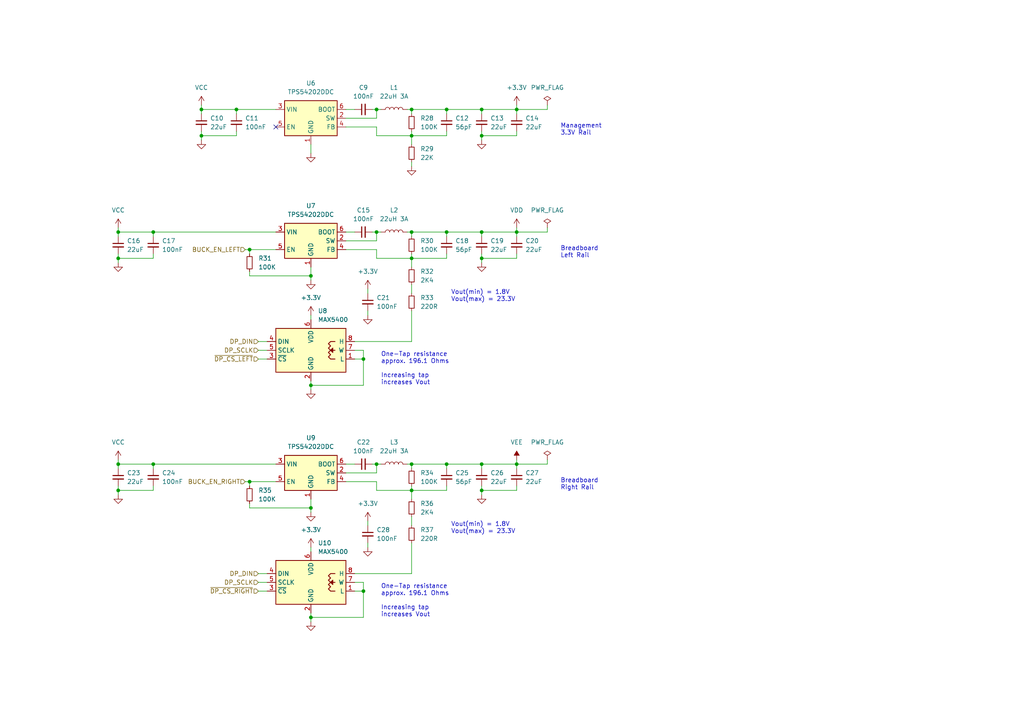
<source format=kicad_sch>
(kicad_sch (version 20211123) (generator eeschema)
  (paper "A4")
  (lib_symbols
    (symbol "Device:C_Small" (pin_numbers hide) (pin_names (offset 0.254) hide)
      (property "Reference" "C" (at 0.254 1.778 0))
      (property "Value" "C_Small" (at 0.254 -2.032 0))
      (symbol "C_Small_0_1"
        (polyline (pts (xy -1.524 -0.508) (xy 1.524 -0.508)) (stroke (width 0.3302)))
        (polyline (pts (xy -1.524 0.508) (xy 1.524 0.508)) (stroke (width 0.3048)))
      )
      (symbol "C_Small_1_1"
        (pin passive line (at 0 2.54 270) (length 2.032) (name "~") (number "1"))
        (pin passive line (at 0 -2.54 90) (length 2.032) (name "~") (number "2"))
      )
    )
    (symbol "Device:L" (pin_numbers hide) (pin_names (offset 1.016) hide)
      (property "Reference" "L" (at -1.27 0 90))
      (property "Value" "L" (at 1.905 0 90))
      (symbol "L_0_1"
        (arc (start 0 -2.54) (mid 0.635 -1.905) (end 0 -1.27))
        (arc (start 0 -1.27) (mid 0.635 -0.635) (end 0 0))
        (arc (start 0 0) (mid 0.635 0.635) (end 0 1.27))
        (arc (start 0 1.27) (mid 0.635 1.905) (end 0 2.54))
      )
      (symbol "L_1_1"
        (pin passive line (at 0 3.81 270) (length 1.27) (name "1") (number "1"))
        (pin passive line (at 0 -3.81 90) (length 1.27) (name "2") (number "2"))
      )
    )
    (symbol "Device:R_Small" (pin_numbers hide) (pin_names (offset 0.254) hide)
      (property "Reference" "R" (at 0.762 0.508 0))
      (property "Value" "R_Small" (at 0.762 -1.016 0))
      (symbol "R_Small_0_1"
        (rectangle (start -0.762 1.778) (end 0.762 -1.778) (stroke (width 0.2032)))
      )
      (symbol "R_Small_1_1"
        (pin passive line (at 0 2.54 270) (length 0.762) (name "~") (number "1"))
        (pin passive line (at 0 -2.54 90) (length 0.762) (name "~") (number "2"))
      )
    )
    (symbol "Regulator_Switching:TPS54202DDC"
      (property "Reference" "U" (at -7.62 6.35 0))
      (property "Value" "TPS54202DDC" (at 0 6.35 0))
      (symbol "TPS54202DDC_0_1"
        (rectangle (start -7.62 5.08) (end 7.62 -5.08) (stroke (width 0.254)) (fill (type background)))
      )
      (symbol "TPS54202DDC_1_1"
        (pin power_in line (at 0 -7.62 90) (length 2.54) (name "GND") (number "1"))
        (pin power_out line (at 10.16 0 180) (length 2.54) (name "SW") (number "2"))
        (pin power_in line (at -10.16 2.54 0) (length 2.54) (name "VIN") (number "3"))
        (pin input line (at 10.16 -2.54 180) (length 2.54) (name "FB") (number "4"))
        (pin input line (at -10.16 -2.54 0) (length 2.54) (name "EN") (number "5"))
        (pin passive line (at 10.16 2.54 180) (length 2.54) (name "BOOT") (number "6"))
      )
    )
    (symbol "breadboard_supply:MAX5400"
      (property "Reference" "U" (at -8.89 7.62 0))
      (property "Value" "MAX5400" (at 7.62 -8.89 0))
      (symbol "MAX5400_0_1"
        (rectangle (start -10.16 6.35) (end 10.16 -6.35) (stroke (width 0.254)) (fill (type background)))
        (polyline (pts (xy 6.985 0) (xy 6.35 0) (xy 5.715 0) (xy 6.35 0.635) (xy 6.35 -0.635) (xy 5.715 0)) (stroke (width 0.254)) (fill (type outline)))
        (polyline (pts (xy 6.985 2.54) (xy 5.715 2.54) (xy 5.08 1.905) (xy 5.715 1.27) (xy 5.08 0.635) (xy 5.715 0) (xy 5.08 -0.635) (xy 5.715 -1.27) (xy 5.08 -1.905) (xy 5.715 -2.54) (xy 6.985 -2.54)) (stroke (width 0.254)))
      )
      (symbol "MAX5400_1_1"
        (pin passive line (at 12.7 -2.54 180) (length 2.54) (name "L") (number "1"))
        (pin power_in line (at 0 -8.89 90) (length 2.54) (name "GND") (number "2"))
        (pin input line (at -12.7 -2.54 0) (length 2.54) (name "~{CS}") (number "3"))
        (pin input line (at -12.7 2.54 0) (length 2.54) (name "DIN") (number "4"))
        (pin input line (at -12.7 0 0) (length 2.54) (name "SCLK") (number "5"))
        (pin power_in line (at 0 8.89 270) (length 2.54) (name "VDD") (number "6"))
        (pin passive line (at 12.7 0 180) (length 2.54) (name "W") (number "7"))
        (pin passive line (at 12.7 2.54 180) (length 2.54) (name "H") (number "8"))
      )
    )
    (symbol "power:+3.3V" (power) (pin_names (offset 0))
      (property "Value" "+3.3V" (at 0 3.556 0))
      (symbol "+3.3V_0_1"
        (polyline (pts (xy -0.762 1.27) (xy 0 2.54)))
        (polyline (pts (xy 0 0) (xy 0 2.54)))
        (polyline (pts (xy 0 2.54) (xy 0.762 1.27)))
      )
      (symbol "+3.3V_1_1"
        (pin power_in line (at 0 0 90) (length 0) hide (name "+3.3V") (number "1"))
      )
    )
    (symbol "power:GND" (power) (pin_names (offset 0))
      (property "Value" "GND" (at 0 -3.81 0))
      (symbol "GND_0_1"
        (polyline (pts (xy 0 0) (xy 0 -1.27) (xy 1.27 -1.27) (xy 0 -2.54) (xy -1.27 -1.27) (xy 0 -1.27)))
      )
      (symbol "GND_1_1"
        (pin power_in line (at 0 0 270) (length 0) hide (name "GND") (number "1"))
      )
    )
    (symbol "power:PWR_FLAG" (power) (pin_numbers hide) (pin_names (offset 0) hide)
      (property "Value" "PWR_FLAG" (at 0 3.81 0))
      (symbol "PWR_FLAG_0_0"
        (pin power_out line (at 0 0 90) (length 0) (name "pwr") (number "1"))
      )
      (symbol "PWR_FLAG_0_1"
        (polyline (pts (xy 0 0) (xy 0 1.27) (xy -1.016 1.905) (xy 0 2.54) (xy 1.016 1.905) (xy 0 1.27)))
      )
    )
    (symbol "power:VCC" (power) (pin_names (offset 0))
      (property "Value" "VCC" (at 0 3.81 0))
      (symbol "VCC_0_1"
        (polyline (pts (xy -0.762 1.27) (xy 0 2.54)))
        (polyline (pts (xy 0 0) (xy 0 2.54)))
        (polyline (pts (xy 0 2.54) (xy 0.762 1.27)))
      )
      (symbol "VCC_1_1"
        (pin power_in line (at 0 0 90) (length 0) hide (name "VCC") (number "1"))
      )
    )
    (symbol "power:VDD" (power) (pin_names (offset 0))
      (property "Value" "VDD" (at 0 3.81 0))
      (symbol "VDD_0_1"
        (polyline (pts (xy -0.762 1.27) (xy 0 2.54)))
        (polyline (pts (xy 0 0) (xy 0 2.54)))
        (polyline (pts (xy 0 2.54) (xy 0.762 1.27)))
      )
      (symbol "VDD_1_1"
        (pin power_in line (at 0 0 90) (length 0) hide (name "VDD") (number "1"))
      )
    )
    (symbol "power:VEE" (power) (pin_names (offset 0))
      (property "Value" "VEE" (at 0 3.81 0))
      (symbol "VEE_0_1"
        (polyline (pts (xy 0 0) (xy 0 2.54)))
        (polyline (pts (xy 0.762 1.27) (xy -0.762 1.27) (xy 0 2.54) (xy 0.762 1.27)) (fill (type outline)))
      )
      (symbol "VEE_1_1"
        (pin power_in line (at 0 0 90) (length 0) hide (name "VEE") (number "1"))
      )
    )
  )
  (junction (at 129.54 67.31))
  (junction (at 34.29 74.93))
  (junction (at 149.86 31.75))
  (junction (at 139.7 31.75))
  (junction (at 34.29 142.24))
  (junction (at 105.41 171.45))
  (junction (at 90.17 80.01))
  (junction (at 129.54 31.75))
  (junction (at 109.22 134.62))
  (junction (at 119.38 74.93))
  (junction (at 68.58 31.75))
  (junction (at 34.29 67.31))
  (junction (at 119.38 134.62))
  (junction (at 139.7 74.93))
  (junction (at 119.38 142.24))
  (junction (at 149.86 134.62))
  (junction (at 119.38 39.37))
  (junction (at 139.7 67.31))
  (junction (at 149.86 67.31))
  (junction (at 72.39 139.7))
  (junction (at 58.42 31.75))
  (junction (at 139.7 39.37))
  (junction (at 119.38 67.31))
  (junction (at 139.7 142.24))
  (junction (at 129.54 134.62))
  (junction (at 90.17 179.07))
  (junction (at 58.42 39.37))
  (junction (at 44.45 134.62))
  (junction (at 90.17 111.76))
  (junction (at 44.45 67.31))
  (junction (at 139.7 134.62))
  (junction (at 109.22 67.31))
  (junction (at 119.38 31.75))
  (junction (at 105.41 104.14))
  (junction (at 90.17 147.32))
  (junction (at 34.29 134.62))
  (junction (at 72.39 72.39))
  (junction (at 109.22 31.75))
  (no_connect (at 80.01 36.83))
  (wire (pts (xy 100.33 134.62) (xy 102.87 134.62)))
  (wire (pts (xy 34.29 134.62) (xy 44.45 134.62)))
  (wire (pts (xy 100.33 31.75) (xy 102.87 31.75)))
  (wire (pts (xy 119.38 134.62) (xy 129.54 134.62)))
  (wire (pts (xy 149.86 31.75) (xy 149.86 33.02)))
  (wire (pts (xy 119.38 38.1) (xy 119.38 39.37)))
  (wire (pts (xy 44.45 68.58) (xy 44.45 67.31)))
  (wire (pts (xy 109.22 134.62) (xy 110.49 134.62)))
  (wire (pts (xy 139.7 140.97) (xy 139.7 142.24)))
  (wire (pts (xy 72.39 147.32) (xy 72.39 146.05)))
  (wire (pts (xy 68.58 31.75) (xy 80.01 31.75)))
  (wire (pts (xy 34.29 133.35) (xy 34.29 134.62)))
  (wire (pts (xy 149.86 142.24) (xy 139.7 142.24)))
  (wire (pts (xy 119.38 90.17) (xy 119.38 99.06)))
  (wire (pts (xy 109.22 134.62) (xy 109.22 137.16)))
  (wire (pts (xy 72.39 80.01) (xy 72.39 78.74)))
  (wire (pts (xy 149.86 38.1) (xy 149.86 39.37)))
  (wire (pts (xy 139.7 73.66) (xy 139.7 74.93)))
  (wire (pts (xy 109.22 31.75) (xy 110.49 31.75)))
  (wire (pts (xy 90.17 77.47) (xy 90.17 80.01)))
  (wire (pts (xy 149.86 134.62) (xy 158.75 134.62)))
  (wire (pts (xy 90.17 144.78) (xy 90.17 147.32)))
  (wire (pts (xy 58.42 39.37) (xy 58.42 40.64)))
  (wire (pts (xy 100.33 67.31) (xy 102.87 67.31)))
  (wire (pts (xy 149.86 67.31) (xy 149.86 68.58)))
  (wire (pts (xy 100.33 36.83) (xy 109.22 36.83)))
  (wire (pts (xy 109.22 69.85) (xy 100.33 69.85)))
  (wire (pts (xy 119.38 74.93) (xy 129.54 74.93)))
  (wire (pts (xy 158.75 67.31) (xy 158.75 66.04)))
  (wire (pts (xy 119.38 39.37) (xy 119.38 41.91)))
  (wire (pts (xy 129.54 31.75) (xy 129.54 33.02)))
  (wire (pts (xy 100.33 72.39) (xy 109.22 72.39)))
  (wire (pts (xy 44.45 67.31) (xy 80.01 67.31)))
  (wire (pts (xy 68.58 39.37) (xy 58.42 39.37)))
  (wire (pts (xy 80.01 139.7) (xy 72.39 139.7)))
  (wire (pts (xy 34.29 74.93) (xy 34.29 76.2)))
  (wire (pts (xy 44.45 135.89) (xy 44.45 134.62)))
  (wire (pts (xy 109.22 67.31) (xy 110.49 67.31)))
  (wire (pts (xy 119.38 140.97) (xy 119.38 142.24)))
  (wire (pts (xy 119.38 67.31) (xy 129.54 67.31)))
  (wire (pts (xy 58.42 39.37) (xy 58.42 38.1)))
  (wire (pts (xy 149.86 133.35) (xy 149.86 134.62)))
  (wire (pts (xy 139.7 31.75) (xy 139.7 33.02)))
  (wire (pts (xy 105.41 179.07) (xy 105.41 171.45)))
  (wire (pts (xy 139.7 38.1) (xy 139.7 39.37)))
  (wire (pts (xy 90.17 80.01) (xy 72.39 80.01)))
  (wire (pts (xy 119.38 149.86) (xy 119.38 152.4)))
  (wire (pts (xy 139.7 31.75) (xy 149.86 31.75)))
  (wire (pts (xy 119.38 73.66) (xy 119.38 74.93)))
  (wire (pts (xy 119.38 142.24) (xy 109.22 142.24)))
  (wire (pts (xy 68.58 38.1) (xy 68.58 39.37)))
  (wire (pts (xy 119.38 134.62) (xy 119.38 135.89)))
  (wire (pts (xy 109.22 34.29) (xy 100.33 34.29)))
  (wire (pts (xy 90.17 177.8) (xy 90.17 179.07)))
  (wire (pts (xy 119.38 157.48) (xy 119.38 166.37)))
  (wire (pts (xy 119.38 39.37) (xy 109.22 39.37)))
  (wire (pts (xy 109.22 39.37) (xy 109.22 36.83)))
  (wire (pts (xy 102.87 166.37) (xy 119.38 166.37)))
  (wire (pts (xy 149.86 140.97) (xy 149.86 142.24)))
  (wire (pts (xy 90.17 179.07) (xy 105.41 179.07)))
  (wire (pts (xy 90.17 91.44) (xy 90.17 92.71)))
  (wire (pts (xy 34.29 67.31) (xy 44.45 67.31)))
  (wire (pts (xy 139.7 67.31) (xy 139.7 68.58)))
  (wire (pts (xy 68.58 33.02) (xy 68.58 31.75)))
  (wire (pts (xy 149.86 31.75) (xy 158.75 31.75)))
  (wire (pts (xy 34.29 142.24) (xy 34.29 143.51)))
  (wire (pts (xy 34.29 135.89) (xy 34.29 134.62)))
  (wire (pts (xy 139.7 67.31) (xy 149.86 67.31)))
  (wire (pts (xy 149.86 74.93) (xy 139.7 74.93)))
  (wire (pts (xy 119.38 74.93) (xy 119.38 77.47)))
  (wire (pts (xy 129.54 39.37) (xy 129.54 38.1)))
  (wire (pts (xy 105.41 168.91) (xy 102.87 168.91)))
  (wire (pts (xy 109.22 142.24) (xy 109.22 139.7)))
  (wire (pts (xy 139.7 142.24) (xy 139.7 143.51)))
  (wire (pts (xy 139.7 74.93) (xy 139.7 76.2)))
  (wire (pts (xy 44.45 140.97) (xy 44.45 142.24)))
  (wire (pts (xy 106.68 151.13) (xy 106.68 152.4)))
  (wire (pts (xy 129.54 67.31) (xy 139.7 67.31)))
  (wire (pts (xy 34.29 142.24) (xy 34.29 140.97)))
  (wire (pts (xy 109.22 31.75) (xy 109.22 34.29)))
  (wire (pts (xy 105.41 171.45) (xy 102.87 171.45)))
  (wire (pts (xy 118.11 67.31) (xy 119.38 67.31)))
  (wire (pts (xy 109.22 74.93) (xy 109.22 72.39)))
  (wire (pts (xy 77.47 104.14) (xy 74.93 104.14)))
  (wire (pts (xy 149.86 134.62) (xy 149.86 135.89)))
  (wire (pts (xy 105.41 168.91) (xy 105.41 171.45)))
  (wire (pts (xy 139.7 39.37) (xy 139.7 40.64)))
  (wire (pts (xy 129.54 142.24) (xy 129.54 140.97)))
  (wire (pts (xy 44.45 73.66) (xy 44.45 74.93)))
  (wire (pts (xy 90.17 80.01) (xy 90.17 81.28)))
  (wire (pts (xy 34.29 68.58) (xy 34.29 67.31)))
  (wire (pts (xy 102.87 99.06) (xy 119.38 99.06)))
  (wire (pts (xy 107.95 67.31) (xy 109.22 67.31)))
  (wire (pts (xy 77.47 166.37) (xy 74.93 166.37)))
  (wire (pts (xy 77.47 101.6) (xy 74.93 101.6)))
  (wire (pts (xy 44.45 142.24) (xy 34.29 142.24)))
  (wire (pts (xy 90.17 110.49) (xy 90.17 111.76)))
  (wire (pts (xy 90.17 158.75) (xy 90.17 160.02)))
  (wire (pts (xy 158.75 134.62) (xy 158.75 133.35)))
  (wire (pts (xy 90.17 111.76) (xy 105.41 111.76)))
  (wire (pts (xy 149.86 66.04) (xy 149.86 67.31)))
  (wire (pts (xy 158.75 31.75) (xy 158.75 30.48)))
  (wire (pts (xy 44.45 134.62) (xy 80.01 134.62)))
  (wire (pts (xy 149.86 30.48) (xy 149.86 31.75)))
  (wire (pts (xy 44.45 74.93) (xy 34.29 74.93)))
  (wire (pts (xy 118.11 134.62) (xy 119.38 134.62)))
  (wire (pts (xy 119.38 31.75) (xy 129.54 31.75)))
  (wire (pts (xy 139.7 134.62) (xy 139.7 135.89)))
  (wire (pts (xy 71.12 139.7) (xy 72.39 139.7)))
  (wire (pts (xy 58.42 30.48) (xy 58.42 31.75)))
  (wire (pts (xy 105.41 104.14) (xy 102.87 104.14)))
  (wire (pts (xy 119.38 82.55) (xy 119.38 85.09)))
  (wire (pts (xy 71.12 72.39) (xy 72.39 72.39)))
  (wire (pts (xy 119.38 31.75) (xy 119.38 33.02)))
  (wire (pts (xy 119.38 39.37) (xy 129.54 39.37)))
  (wire (pts (xy 90.17 179.07) (xy 90.17 180.34)))
  (wire (pts (xy 58.42 33.02) (xy 58.42 31.75)))
  (wire (pts (xy 80.01 72.39) (xy 72.39 72.39)))
  (wire (pts (xy 58.42 31.75) (xy 68.58 31.75)))
  (wire (pts (xy 90.17 147.32) (xy 90.17 148.59)))
  (wire (pts (xy 34.29 74.93) (xy 34.29 73.66)))
  (wire (pts (xy 105.41 111.76) (xy 105.41 104.14)))
  (wire (pts (xy 106.68 157.48) (xy 106.68 158.75)))
  (wire (pts (xy 119.38 46.99) (xy 119.38 48.26)))
  (wire (pts (xy 119.38 67.31) (xy 119.38 68.58)))
  (wire (pts (xy 90.17 111.76) (xy 90.17 113.03)))
  (wire (pts (xy 149.86 39.37) (xy 139.7 39.37)))
  (wire (pts (xy 77.47 168.91) (xy 74.93 168.91)))
  (wire (pts (xy 109.22 137.16) (xy 100.33 137.16)))
  (wire (pts (xy 77.47 171.45) (xy 74.93 171.45)))
  (wire (pts (xy 119.38 142.24) (xy 129.54 142.24)))
  (wire (pts (xy 149.86 73.66) (xy 149.86 74.93)))
  (wire (pts (xy 106.68 90.17) (xy 106.68 91.44)))
  (wire (pts (xy 90.17 147.32) (xy 72.39 147.32)))
  (wire (pts (xy 107.95 134.62) (xy 109.22 134.62)))
  (wire (pts (xy 77.47 99.06) (xy 74.93 99.06)))
  (wire (pts (xy 129.54 134.62) (xy 129.54 135.89)))
  (wire (pts (xy 129.54 134.62) (xy 139.7 134.62)))
  (wire (pts (xy 129.54 67.31) (xy 129.54 68.58)))
  (wire (pts (xy 72.39 139.7) (xy 72.39 140.97)))
  (wire (pts (xy 129.54 74.93) (xy 129.54 73.66)))
  (wire (pts (xy 107.95 31.75) (xy 109.22 31.75)))
  (wire (pts (xy 109.22 67.31) (xy 109.22 69.85)))
  (wire (pts (xy 90.17 41.91) (xy 90.17 44.45)))
  (wire (pts (xy 105.41 101.6) (xy 102.87 101.6)))
  (wire (pts (xy 129.54 31.75) (xy 139.7 31.75)))
  (wire (pts (xy 118.11 31.75) (xy 119.38 31.75)))
  (wire (pts (xy 139.7 134.62) (xy 149.86 134.62)))
  (wire (pts (xy 105.41 101.6) (xy 105.41 104.14)))
  (wire (pts (xy 72.39 72.39) (xy 72.39 73.66)))
  (wire (pts (xy 106.68 83.82) (xy 106.68 85.09)))
  (wire (pts (xy 34.29 66.04) (xy 34.29 67.31)))
  (wire (pts (xy 100.33 139.7) (xy 109.22 139.7)))
  (wire (pts (xy 119.38 142.24) (xy 119.38 144.78)))
  (wire (pts (xy 119.38 74.93) (xy 109.22 74.93)))
  (wire (pts (xy 149.86 67.31) (xy 158.75 67.31)))
  (text "Vout(min) = 1.8V\nVout(max) = 23.3V" (at 130.81 154.94 0) (effects (font (size 1.27 1.27)) (justify left bottom)))
  (text "Breadboard\nRight Rail" (at 162.56 142.24 0) (effects (font (size 1.27 1.27)) (justify left bottom)))
  (text "One-Tap resistance \napprox. 196.1 Ohms\n\nIncreasing tap\nincreases Vout" (at 110.49 179.07 0) (effects (font (size 1.27 1.27)) (justify left bottom)))
  (text "Breadboard\nLeft Rail" (at 162.56 74.93 0) (effects (font (size 1.27 1.27)) (justify left bottom)))
  (text "Vout(min) = 1.8V\nVout(max) = 23.3V" (at 130.81 87.63 0) (effects (font (size 1.27 1.27)) (justify left bottom)))
  (text "One-Tap resistance \napprox. 196.1 Ohms\n\nIncreasing tap\nincreases Vout" (at 110.49 111.76 0) (effects (font (size 1.27 1.27)) (justify left bottom)))
  (text "Management\n3.3V Rail" (at 162.56 39.37 0) (effects (font (size 1.27 1.27)) (justify left bottom)))
  (hierarchical_label "BUCK_EN_RIGHT" (shape input) (at 71.12 139.7 180))
  (hierarchical_label "DP_SCLK" (shape input) (at 74.93 101.6 180))
  (hierarchical_label "~{DP_CS_LEFT}" (shape input) (at 74.93 104.14 180))
  (hierarchical_label "DP_DIN" (shape input) (at 74.93 166.37 180))
  (hierarchical_label "~{DP_CS_RIGHT}" (shape input) (at 74.93 171.45 180))
  (hierarchical_label "BUCK_EN_LEFT" (shape input) (at 71.12 72.39 180))
  (hierarchical_label "DP_SCLK" (shape input) (at 74.93 168.91 180))
  (hierarchical_label "DP_DIN" (shape input) (at 74.93 99.06 180))
  (symbol (lib_id "Device:R_Small") (at 119.38 80.01 0) (unit 1)
    (property "Reference" "R32" (at 121.92 78.7399 0) (effects (justify left)))
    (property "Value" "2K4" (at 121.92 81.2799 0) (effects (justify left)))
    (property "Footprint" "Resistor_SMD:R_0603_1608Metric" (effects hide))
    (property "MPN" "2K4 1%" (effects hide))
  )
  (symbol (lib_id "Regulator_Switching:TPS54202DDC") (at 90.17 69.85 0) (unit 1)
    (property "Reference" "U7" (at 90.17 59.69 0))
    (property "Value" "TPS54202DDC" (at 90.17 62.23 0))
    (property "Footprint" "Package_TO_SOT_SMD:SOT-23-6" (effects hide))
    (property "Datasheet" "http://www.ti.com/lit/ds/symlink/tps54202.pdf" (effects hide))
    (property "MPN" "TPS54202DDCR" (effects hide))
  )
  (symbol (lib_id "power:PWR_FLAG") (at 158.75 133.35 0) (unit 1)
    (property "Reference" "#FLG07" (effects hide))
    (property "Value" "PWR_FLAG" (at 158.75 128.27 0))
  )
  (symbol (lib_id "Device:C_Small") (at 106.68 154.94 0) (unit 1)
    (property "Reference" "C28" (at 109.22 153.6762 0) (effects (justify left)))
    (property "Value" "100nF" (at 109.22 156.2162 0) (effects (justify left)))
    (property "Footprint" "Capacitor_SMD:C_0603_1608Metric" (effects hide))
    (property "MPN" "100nF 50V X7R" (effects hide))
  )
  (symbol (lib_id "power:GND") (at 34.29 76.2 0) (unit 1)
    (property "Reference" "#PWR044" (effects hide))
    (property "Value" "GND" (effects hide))
  )
  (symbol (lib_id "power:GND") (at 90.17 148.59 0) (unit 1)
    (property "Reference" "#PWR055" (effects hide))
    (property "Value" "GND" (effects hide))
  )
  (symbol (lib_id "power:GND") (at 119.38 48.26 0) (unit 1)
    (property "Reference" "#PWR041" (effects hide))
    (property "Value" "GND" (effects hide))
  )
  (symbol (lib_id "Device:C_Small") (at 106.68 87.63 0) (unit 1)
    (property "Reference" "C21" (at 109.22 86.3662 0) (effects (justify left)))
    (property "Value" "100nF" (at 109.22 88.9062 0) (effects (justify left)))
    (property "Footprint" "Capacitor_SMD:C_0603_1608Metric" (effects hide))
    (property "MPN" "100nF 50V X7R" (effects hide))
  )
  (symbol (lib_id "power:GND") (at 90.17 81.28 0) (unit 1)
    (property "Reference" "#PWR046" (effects hide))
    (property "Value" "GND" (effects hide))
  )
  (symbol (lib_id "power:PWR_FLAG") (at 158.75 30.48 0) (unit 1)
    (property "Reference" "#FLG05" (effects hide))
    (property "Value" "PWR_FLAG" (at 158.75 25.4 0))
  )
  (symbol (lib_id "Device:R_Small") (at 119.38 147.32 0) (unit 1)
    (property "Reference" "R36" (at 121.92 146.0499 0) (effects (justify left)))
    (property "Value" "2K4" (at 121.92 148.5899 0) (effects (justify left)))
    (property "Footprint" "Resistor_SMD:R_0603_1608Metric" (effects hide))
    (property "MPN" "2K4 1%" (effects hide))
  )
  (symbol (lib_id "power:GND") (at 139.7 76.2 0) (unit 1)
    (property "Reference" "#PWR045" (effects hide))
    (property "Value" "GND" (effects hide))
  )
  (symbol (lib_id "power:VCC") (at 58.42 30.48 0) (unit 1)
    (property "Reference" "#PWR036" (effects hide))
    (property "Value" "VCC" (at 58.42 25.4 0))
  )
  (symbol (lib_id "power:PWR_FLAG") (at 158.75 66.04 0) (unit 1)
    (property "Reference" "#FLG06" (effects hide))
    (property "Value" "PWR_FLAG" (at 158.75 60.96 0))
  )
  (symbol (lib_id "Device:R_Small") (at 119.38 35.56 0) (unit 1)
    (property "Reference" "R28" (at 121.92 34.2899 0) (effects (justify left)))
    (property "Value" "100K" (at 121.92 36.8299 0) (effects (justify left)))
    (property "Footprint" "Resistor_SMD:R_0603_1608Metric" (effects hide))
    (property "MPN" "100K 1%" (effects hide))
  )
  (symbol (lib_id "power:VCC") (at 34.29 133.35 0) (unit 1)
    (property "Reference" "#PWR051" (effects hide))
    (property "Value" "VCC" (at 34.29 128.27 0))
  )
  (symbol (lib_id "breadboard_supply:MAX5400") (at 90.17 168.91 0) (unit 1)
    (property "Reference" "U10" (at 92.1894 157.48 0) (effects (justify left)))
    (property "Value" "MAX5400" (at 92.1894 160.02 0) (effects (justify left)))
    (property "Footprint" "Package_TO_SOT_SMD:SOT-23-8" (effects hide))
    (property "Datasheet" "https://datasheet.lcsc.com/lcsc/2105241240_Maxim-Integrated-MAX5400EKA-T_C516784.pdf" (effects hide))
    (property "MPN" "MAX5400EKA+T" (effects hide))
  )
  (symbol (lib_id "Device:C_Small") (at 139.7 71.12 0) (unit 1)
    (property "Reference" "C19" (at 142.24 69.8562 0) (effects (justify left)))
    (property "Value" "22uF" (at 142.24 72.3962 0) (effects (justify left)))
    (property "Footprint" "Capacitor_SMD:C_1210_3225Metric" (effects hide))
    (property "MPN" "22uF 25V X7R" (effects hide))
  )
  (symbol (lib_id "power:+3.3V") (at 106.68 83.82 0) (mirror y) (unit 1)
    (property "Reference" "#PWR047" (effects hide))
    (property "Value" "+3.3V" (at 106.68 78.74 0))
  )
  (symbol (lib_id "Device:L") (at 114.3 67.31 90) (unit 1)
    (property "Reference" "L2" (at 114.3 60.96 90))
    (property "Value" "22uH 3A" (at 114.3 63.5 90))
    (property "Footprint" "Inductor_SMD:L_Bourns_SRN6045TA" (effects hide))
    (property "MPN" "SRN6045TA-220M" (effects hide))
  )
  (symbol (lib_id "Device:C_Small") (at 149.86 138.43 0) (unit 1)
    (property "Reference" "C27" (at 152.4 137.1662 0) (effects (justify left)))
    (property "Value" "22uF" (at 152.4 139.7062 0) (effects (justify left)))
    (property "Footprint" "Capacitor_SMD:C_1210_3225Metric" (effects hide))
    (property "MPN" "22uF 25V X7R" (effects hide))
  )
  (symbol (lib_id "Device:C_Small") (at 105.41 31.75 90) (unit 1)
    (property "Reference" "C9" (at 105.4163 25.4 90))
    (property "Value" "100nF" (at 105.4163 27.94 90))
    (property "Footprint" "Capacitor_SMD:C_0603_1608Metric" (effects hide))
    (property "MPN" "100nF 50V X7R" (effects hide))
  )
  (symbol (lib_id "Device:R_Small") (at 119.38 71.12 0) (unit 1)
    (property "Reference" "R30" (at 121.92 69.8499 0) (effects (justify left)))
    (property "Value" "100K" (at 121.92 72.3899 0) (effects (justify left)))
    (property "Footprint" "Resistor_SMD:R_0603_1608Metric" (effects hide))
    (property "MPN" "100K 1%" (effects hide))
  )
  (symbol (lib_id "Device:C_Small") (at 105.41 134.62 90) (unit 1)
    (property "Reference" "C22" (at 105.4163 128.27 90))
    (property "Value" "100nF" (at 105.4163 130.81 90))
    (property "Footprint" "Capacitor_SMD:C_0603_1608Metric" (effects hide))
    (property "MPN" "100nF 50V X7R" (effects hide))
  )
  (symbol (lib_id "power:+3.3V") (at 90.17 91.44 0) (mirror y) (unit 1)
    (property "Reference" "#PWR048" (effects hide))
    (property "Value" "+3.3V" (at 90.17 86.36 0))
  )
  (symbol (lib_id "Device:L") (at 114.3 134.62 90) (unit 1)
    (property "Reference" "L3" (at 114.3 128.27 90))
    (property "Value" "22uH 3A" (at 114.3 130.81 90))
    (property "Footprint" "Inductor_SMD:L_Bourns_SRN6045TA" (effects hide))
    (property "MPN" "SRN6045TA-220M" (effects hide))
  )
  (symbol (lib_id "Device:R_Small") (at 72.39 76.2 0) (unit 1)
    (property "Reference" "R31" (at 74.93 74.9299 0) (effects (justify left)))
    (property "Value" "100K" (at 74.93 77.4699 0) (effects (justify left)))
    (property "Footprint" "Resistor_SMD:R_0603_1608Metric" (effects hide))
    (property "MPN" "100K 1%" (effects hide))
  )
  (symbol (lib_id "power:GND") (at 34.29 143.51 0) (unit 1)
    (property "Reference" "#PWR053" (effects hide))
    (property "Value" "GND" (effects hide))
  )
  (symbol (lib_id "power:VDD") (at 149.86 66.04 0) (unit 1)
    (property "Reference" "#PWR043" (effects hide))
    (property "Value" "VDD" (at 149.86 60.96 0))
  )
  (symbol (lib_id "Device:C_Small") (at 129.54 138.43 0) (unit 1)
    (property "Reference" "C25" (at 132.08 137.1662 0) (effects (justify left)))
    (property "Value" "56pF" (at 132.08 139.7062 0) (effects (justify left)))
    (property "Footprint" "Capacitor_SMD:C_0603_1608Metric" (effects hide))
    (property "MPN" "56pF 50V C0G" (effects hide))
  )
  (symbol (lib_id "power:GND") (at 106.68 91.44 0) (unit 1)
    (property "Reference" "#PWR049" (effects hide))
    (property "Value" "GND" (effects hide))
  )
  (symbol (lib_id "Device:C_Small") (at 149.86 71.12 0) (unit 1)
    (property "Reference" "C20" (at 152.4 69.8562 0) (effects (justify left)))
    (property "Value" "22uF" (at 152.4 72.3962 0) (effects (justify left)))
    (property "Footprint" "Capacitor_SMD:C_1210_3225Metric" (effects hide))
    (property "MPN" "22uF 25V X7R" (effects hide))
  )
  (symbol (lib_id "Regulator_Switching:TPS54202DDC") (at 90.17 34.29 0) (unit 1)
    (property "Reference" "U6" (at 90.17 24.13 0))
    (property "Value" "TPS54202DDC" (at 90.17 26.67 0))
    (property "Footprint" "Package_TO_SOT_SMD:SOT-23-6" (effects hide))
    (property "Datasheet" "http://www.ti.com/lit/ds/symlink/tps54202.pdf" (effects hide))
    (property "MPN" "TPS54202DDCR" (effects hide))
  )
  (symbol (lib_id "Device:C_Small") (at 68.58 35.56 0) (unit 1)
    (property "Reference" "C11" (at 71.12 34.2962 0) (effects (justify left)))
    (property "Value" "100nF" (at 71.12 36.8362 0) (effects (justify left)))
    (property "Footprint" "Capacitor_SMD:C_0603_1608Metric" (effects hide))
    (property "MPN" "100nF 50V X7R" (effects hide))
  )
  (symbol (lib_id "Device:C_Small") (at 149.86 35.56 0) (unit 1)
    (property "Reference" "C14" (at 152.4 34.2962 0) (effects (justify left)))
    (property "Value" "22uF" (at 152.4 36.8362 0) (effects (justify left)))
    (property "Footprint" "Capacitor_SMD:C_1210_3225Metric" (effects hide))
    (property "MPN" "22uF 25V X7R" (effects hide))
  )
  (symbol (lib_id "power:GND") (at 90.17 113.03 0) (unit 1)
    (property "Reference" "#PWR050" (effects hide))
    (property "Value" "GND" (effects hide))
  )
  (symbol (lib_id "Regulator_Switching:TPS54202DDC") (at 90.17 137.16 0) (unit 1)
    (property "Reference" "U9" (at 90.17 127 0))
    (property "Value" "TPS54202DDC" (at 90.17 129.54 0))
    (property "Footprint" "Package_TO_SOT_SMD:SOT-23-6" (effects hide))
    (property "Datasheet" "http://www.ti.com/lit/ds/symlink/tps54202.pdf" (effects hide))
    (property "MPN" "TPS54202DDCR" (effects hide))
  )
  (symbol (lib_id "Device:R_Small") (at 119.38 138.43 0) (unit 1)
    (property "Reference" "R34" (at 121.92 137.1599 0) (effects (justify left)))
    (property "Value" "100K" (at 121.92 139.6999 0) (effects (justify left)))
    (property "Footprint" "Resistor_SMD:R_0603_1608Metric" (effects hide))
    (property "MPN" "100K 1%" (effects hide))
  )
  (symbol (lib_id "breadboard_supply:MAX5400") (at 90.17 101.6 0) (unit 1)
    (property "Reference" "U8" (at 92.1894 90.17 0) (effects (justify left)))
    (property "Value" "MAX5400" (at 92.1894 92.71 0) (effects (justify left)))
    (property "Footprint" "Package_TO_SOT_SMD:SOT-23-8" (effects hide))
    (property "Datasheet" "https://datasheet.lcsc.com/lcsc/2105241240_Maxim-Integrated-MAX5400EKA-T_C516784.pdf" (effects hide))
    (property "MPN" "MAX5400EKA+T" (effects hide))
  )
  (symbol (lib_id "Device:R_Small") (at 119.38 87.63 0) (unit 1)
    (property "Reference" "R33" (at 121.92 86.3599 0) (effects (justify left)))
    (property "Value" "220R" (at 121.92 88.8999 0) (effects (justify left)))
    (property "Footprint" "Resistor_SMD:R_0603_1608Metric" (effects hide))
    (property "MPN" "220R 1%" (effects hide))
  )
  (symbol (lib_id "Device:C_Small") (at 105.41 67.31 90) (unit 1)
    (property "Reference" "C15" (at 105.4163 60.96 90))
    (property "Value" "100nF" (at 105.4163 63.5 90))
    (property "Footprint" "Capacitor_SMD:C_0603_1608Metric" (effects hide))
    (property "MPN" "100nF 50V X7R" (effects hide))
  )
  (symbol (lib_id "Device:R_Small") (at 72.39 143.51 0) (unit 1)
    (property "Reference" "R35" (at 74.93 142.2399 0) (effects (justify left)))
    (property "Value" "100K" (at 74.93 144.7799 0) (effects (justify left)))
    (property "Footprint" "Resistor_SMD:R_0603_1608Metric" (effects hide))
    (property "MPN" "100K 1%" (effects hide))
  )
  (symbol (lib_id "Device:R_Small") (at 119.38 154.94 0) (unit 1)
    (property "Reference" "R37" (at 121.92 153.6699 0) (effects (justify left)))
    (property "Value" "220R" (at 121.92 156.2099 0) (effects (justify left)))
    (property "Footprint" "Resistor_SMD:R_0603_1608Metric" (effects hide))
    (property "MPN" "220R 1%" (effects hide))
  )
  (symbol (lib_id "power:GND") (at 58.42 40.64 0) (unit 1)
    (property "Reference" "#PWR038" (effects hide))
    (property "Value" "GND" (effects hide))
  )
  (symbol (lib_id "power:+3.3V") (at 106.68 151.13 0) (mirror y) (unit 1)
    (property "Reference" "#PWR056" (effects hide))
    (property "Value" "+3.3V" (at 106.68 146.05 0))
  )
  (symbol (lib_id "power:GND") (at 90.17 44.45 0) (unit 1)
    (property "Reference" "#PWR040" (effects hide))
    (property "Value" "GND" (effects hide))
  )
  (symbol (lib_id "Device:C_Small") (at 58.42 35.56 0) (unit 1)
    (property "Reference" "C10" (at 60.96 34.2962 0) (effects (justify left)))
    (property "Value" "22uF" (at 60.96 36.8362 0) (effects (justify left)))
    (property "Footprint" "Capacitor_SMD:C_1210_3225Metric" (effects hide))
    (property "MPN" "22uF 25V X7R" (effects hide))
  )
  (symbol (lib_id "Device:C_Small") (at 129.54 35.56 0) (unit 1)
    (property "Reference" "C12" (at 132.08 34.2962 0) (effects (justify left)))
    (property "Value" "56pF" (at 132.08 36.8362 0) (effects (justify left)))
    (property "Footprint" "Capacitor_SMD:C_0603_1608Metric" (effects hide))
    (property "MPN" "56pF 50V C0G" (effects hide))
  )
  (symbol (lib_id "Device:R_Small") (at 119.38 44.45 0) (unit 1)
    (property "Reference" "R29" (at 121.92 43.1799 0) (effects (justify left)))
    (property "Value" "22K" (at 121.92 45.7199 0) (effects (justify left)))
    (property "Footprint" "Resistor_SMD:R_0603_1608Metric" (effects hide))
    (property "MPN" "22K 1%" (effects hide))
  )
  (symbol (lib_id "Device:C_Small") (at 139.7 138.43 0) (unit 1)
    (property "Reference" "C26" (at 142.24 137.1662 0) (effects (justify left)))
    (property "Value" "22uF" (at 142.24 139.7062 0) (effects (justify left)))
    (property "Footprint" "Capacitor_SMD:C_1210_3225Metric" (effects hide))
    (property "MPN" "22uF 25V X7R" (effects hide))
  )
  (symbol (lib_id "power:+3.3V") (at 90.17 158.75 0) (mirror y) (unit 1)
    (property "Reference" "#PWR057" (effects hide))
    (property "Value" "+3.3V" (at 90.17 153.67 0))
  )
  (symbol (lib_id "Device:C_Small") (at 139.7 35.56 0) (unit 1)
    (property "Reference" "C13" (at 142.24 34.2962 0) (effects (justify left)))
    (property "Value" "22uF" (at 142.24 36.8362 0) (effects (justify left)))
    (property "Footprint" "Capacitor_SMD:C_1210_3225Metric" (effects hide))
    (property "MPN" "22uF 25V X7R" (effects hide))
  )
  (symbol (lib_id "power:GND") (at 106.68 158.75 0) (unit 1)
    (property "Reference" "#PWR058" (effects hide))
    (property "Value" "GND" (effects hide))
  )
  (symbol (lib_id "power:VEE") (at 149.86 133.35 0) (unit 1)
    (property "Reference" "#PWR052" (effects hide))
    (property "Value" "VEE" (at 149.86 128.27 0))
  )
  (symbol (lib_id "Device:C_Small") (at 129.54 71.12 0) (unit 1)
    (property "Reference" "C18" (at 132.08 69.8562 0) (effects (justify left)))
    (property "Value" "56pF" (at 132.08 72.3962 0) (effects (justify left)))
    (property "Footprint" "Capacitor_SMD:C_0603_1608Metric" (effects hide))
    (property "MPN" "56pF 50V C0G" (effects hide))
  )
  (symbol (lib_id "power:VCC") (at 34.29 66.04 0) (unit 1)
    (property "Reference" "#PWR042" (effects hide))
    (property "Value" "VCC" (at 34.29 60.96 0))
  )
  (symbol (lib_id "power:GND") (at 90.17 180.34 0) (unit 1)
    (property "Reference" "#PWR059" (effects hide))
    (property "Value" "GND" (effects hide))
  )
  (symbol (lib_id "power:GND") (at 139.7 40.64 0) (unit 1)
    (property "Reference" "#PWR039" (effects hide))
    (property "Value" "GND" (effects hide))
  )
  (symbol (lib_id "Device:C_Small") (at 44.45 71.12 0) (unit 1)
    (property "Reference" "C17" (at 46.99 69.8562 0) (effects (justify left)))
    (property "Value" "100nF" (at 46.99 72.3962 0) (effects (justify left)))
    (property "Footprint" "Capacitor_SMD:C_0603_1608Metric" (effects hide))
    (property "MPN" "100nF 50V X7R" (effects hide))
  )
  (symbol (lib_id "Device:C_Small") (at 34.29 71.12 0) (unit 1)
    (property "Reference" "C16" (at 36.83 69.8562 0) (effects (justify left)))
    (property "Value" "22uF" (at 36.83 72.3962 0) (effects (justify left)))
    (property "Footprint" "Capacitor_SMD:C_1210_3225Metric" (effects hide))
    (property "MPN" "22uF 25V X7R" (effects hide))
  )
  (symbol (lib_id "Device:C_Small") (at 34.29 138.43 0) (unit 1)
    (property "Reference" "C23" (at 36.83 137.1662 0) (effects (justify left)))
    (property "Value" "22uF" (at 36.83 139.7062 0) (effects (justify left)))
    (property "Footprint" "Capacitor_SMD:C_1210_3225Metric" (effects hide))
    (property "MPN" "22uF 25V X7R" (effects hide))
  )
  (symbol (lib_id "Device:L") (at 114.3 31.75 90) (unit 1)
    (property "Reference" "L1" (at 114.3 25.4 90))
    (property "Value" "22uH 3A" (at 114.3 27.94 90))
    (property "Footprint" "Inductor_SMD:L_Bourns_SRN6045TA" (effects hide))
    (property "MPN" "SRN6045TA-220M" (effects hide))
  )
  (symbol (lib_id "Device:C_Small") (at 44.45 138.43 0) (unit 1)
    (property "Reference" "C24" (at 46.99 137.1662 0) (effects (justify left)))
    (property "Value" "100nF" (at 46.99 139.7062 0) (effects (justify left)))
    (property "Footprint" "Capacitor_SMD:C_0603_1608Metric" (effects hide))
    (property "MPN" "100nF 50V X7R" (effects hide))
  )
  (symbol (lib_id "power:+3.3V") (at 149.86 30.48 0) (unit 1)
    (property "Reference" "#PWR037" (effects hide))
    (property "Value" "+3.3V" (at 149.86 25.4 0))
  )
  (symbol (lib_id "power:GND") (at 139.7 143.51 0) (unit 1)
    (property "Reference" "#PWR054" (effects hide))
    (property "Value" "GND" (effects hide))
  )
)
</source>
